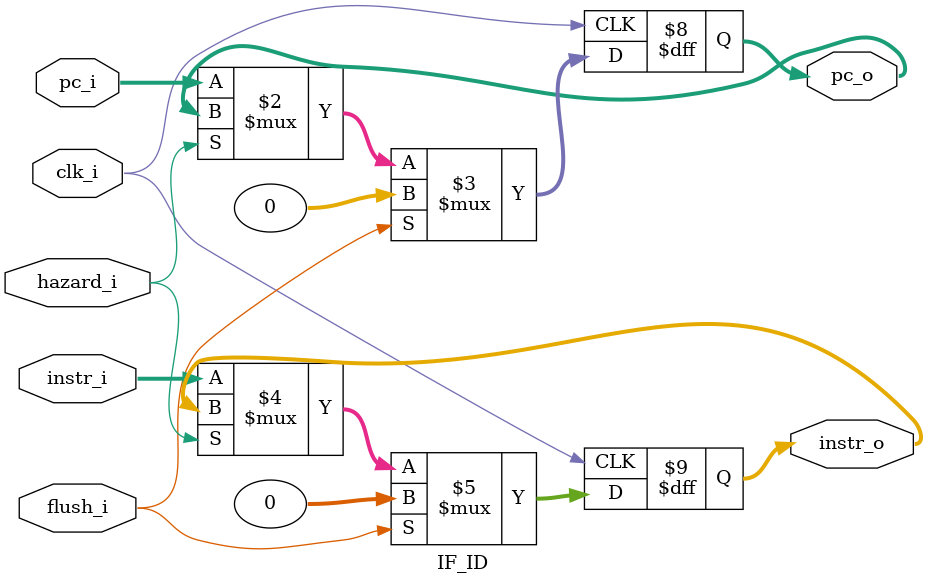
<source format=v>
module IF_ID
(
    clk_i,
    flush_i,
    hazard_i,
    pc_i,
    instr_i,
    pc_o,
    instr_o,
);

input				clk_i;
input				flush_i;
input				hazard_i;
input [31:0]		pc_i;
input [31:0]		instr_i;

output reg [31:0]	pc_o = 32'd0;
output reg [31:0]	instr_o = 32'd0;

always@(posedge clk_i) 
begin
    pc_o	<= flush_i ? 32'b0 : hazard_i ? pc_o	: pc_i;
    instr_o <= flush_i ? 32'b0 : hazard_i ? instr_o : instr_i;
end
endmodule

</source>
